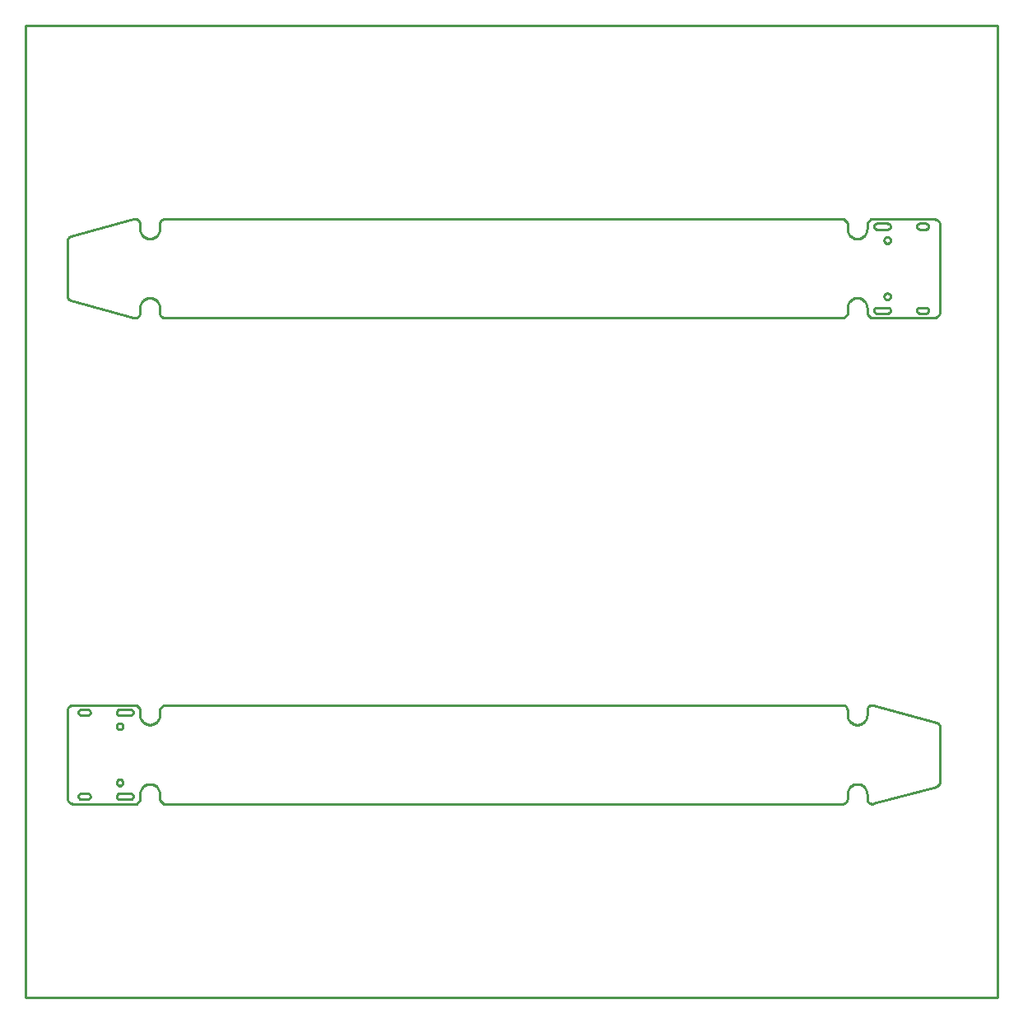
<source format=gbr>
G04 EAGLE Gerber RS-274X export*
G75*
%MOMM*%
%FSLAX34Y34*%
%LPD*%
%IN*%
%IPPOS*%
%AMOC8*
5,1,8,0,0,1.08239X$1,22.5*%
G01*
%ADD10C,0.254000*%


D10*
X0Y-70000D02*
X1000000Y-70000D01*
X1000000Y930000D01*
X0Y930000D01*
X0Y-70000D01*
X875660Y633800D02*
X886660Y633800D01*
X886921Y633811D01*
X887181Y633846D01*
X887436Y633902D01*
X887686Y633981D01*
X887928Y634081D01*
X888160Y634202D01*
X888381Y634343D01*
X888588Y634502D01*
X888781Y634679D01*
X888958Y634872D01*
X889117Y635079D01*
X889258Y635300D01*
X889379Y635532D01*
X889479Y635774D01*
X889558Y636024D01*
X889614Y636279D01*
X889649Y636539D01*
X889660Y636800D01*
X889649Y637061D01*
X889614Y637321D01*
X889558Y637576D01*
X889479Y637826D01*
X889379Y638068D01*
X889258Y638300D01*
X889117Y638521D01*
X888958Y638728D01*
X888781Y638921D01*
X888588Y639098D01*
X888381Y639257D01*
X888160Y639398D01*
X887928Y639519D01*
X887686Y639619D01*
X887436Y639698D01*
X887181Y639754D01*
X886921Y639789D01*
X886660Y639800D01*
X875660Y639800D01*
X875399Y639789D01*
X875139Y639754D01*
X874884Y639698D01*
X874634Y639619D01*
X874392Y639519D01*
X874160Y639398D01*
X873939Y639257D01*
X873732Y639098D01*
X873539Y638921D01*
X873362Y638728D01*
X873203Y638521D01*
X873062Y638300D01*
X872941Y638068D01*
X872841Y637826D01*
X872762Y637576D01*
X872706Y637321D01*
X872671Y637061D01*
X872660Y636800D01*
X872671Y636539D01*
X872706Y636279D01*
X872762Y636024D01*
X872841Y635774D01*
X872941Y635532D01*
X873062Y635300D01*
X873203Y635079D01*
X873362Y634872D01*
X873539Y634679D01*
X873732Y634502D01*
X873939Y634343D01*
X874160Y634202D01*
X874392Y634081D01*
X874634Y633981D01*
X874884Y633902D01*
X875139Y633846D01*
X875399Y633811D01*
X875660Y633800D01*
X919810Y633800D02*
X926010Y633800D01*
X926271Y633811D01*
X926531Y633846D01*
X926786Y633902D01*
X927036Y633981D01*
X927278Y634081D01*
X927510Y634202D01*
X927731Y634343D01*
X927938Y634502D01*
X928131Y634679D01*
X928308Y634872D01*
X928467Y635079D01*
X928608Y635300D01*
X928729Y635532D01*
X928829Y635774D01*
X928908Y636024D01*
X928964Y636279D01*
X928999Y636539D01*
X929010Y636800D01*
X928999Y637061D01*
X928964Y637321D01*
X928908Y637576D01*
X928829Y637826D01*
X928729Y638068D01*
X928608Y638300D01*
X928467Y638521D01*
X928308Y638728D01*
X928131Y638921D01*
X927938Y639098D01*
X927731Y639257D01*
X927510Y639398D01*
X927278Y639519D01*
X927036Y639619D01*
X926786Y639698D01*
X926531Y639754D01*
X926271Y639789D01*
X926010Y639800D01*
X919810Y639800D01*
X919549Y639789D01*
X919289Y639754D01*
X919034Y639698D01*
X918784Y639619D01*
X918542Y639519D01*
X918310Y639398D01*
X918089Y639257D01*
X917882Y639098D01*
X917689Y638921D01*
X917512Y638728D01*
X917353Y638521D01*
X917212Y638300D01*
X917091Y638068D01*
X916991Y637826D01*
X916912Y637576D01*
X916856Y637321D01*
X916821Y637061D01*
X916810Y636800D01*
X916821Y636539D01*
X916856Y636279D01*
X916912Y636024D01*
X916991Y635774D01*
X917091Y635532D01*
X917212Y635300D01*
X917353Y635079D01*
X917512Y634872D01*
X917689Y634679D01*
X917882Y634502D01*
X918089Y634343D01*
X918310Y634202D01*
X918542Y634081D01*
X918784Y633981D01*
X919034Y633902D01*
X919289Y633846D01*
X919549Y633811D01*
X919810Y633800D01*
X875660Y720200D02*
X886660Y720200D01*
X886921Y720211D01*
X887181Y720246D01*
X887436Y720302D01*
X887686Y720381D01*
X887928Y720481D01*
X888160Y720602D01*
X888381Y720743D01*
X888588Y720902D01*
X888781Y721079D01*
X888958Y721272D01*
X889117Y721479D01*
X889258Y721700D01*
X889379Y721932D01*
X889479Y722174D01*
X889558Y722424D01*
X889614Y722679D01*
X889649Y722939D01*
X889660Y723200D01*
X889649Y723461D01*
X889614Y723721D01*
X889558Y723976D01*
X889479Y724226D01*
X889379Y724468D01*
X889258Y724700D01*
X889117Y724921D01*
X888958Y725128D01*
X888781Y725321D01*
X888588Y725498D01*
X888381Y725657D01*
X888160Y725798D01*
X887928Y725919D01*
X887686Y726019D01*
X887436Y726098D01*
X887181Y726154D01*
X886921Y726189D01*
X886660Y726200D01*
X875660Y726200D01*
X875399Y726189D01*
X875139Y726154D01*
X874884Y726098D01*
X874634Y726019D01*
X874392Y725919D01*
X874160Y725798D01*
X873939Y725657D01*
X873732Y725498D01*
X873539Y725321D01*
X873362Y725128D01*
X873203Y724921D01*
X873062Y724700D01*
X872941Y724468D01*
X872841Y724226D01*
X872762Y723976D01*
X872706Y723721D01*
X872671Y723461D01*
X872660Y723200D01*
X872671Y722939D01*
X872706Y722679D01*
X872762Y722424D01*
X872841Y722174D01*
X872941Y721932D01*
X873062Y721700D01*
X873203Y721479D01*
X873362Y721272D01*
X873539Y721079D01*
X873732Y720902D01*
X873939Y720743D01*
X874160Y720602D01*
X874392Y720481D01*
X874634Y720381D01*
X874884Y720302D01*
X875139Y720246D01*
X875399Y720211D01*
X875660Y720200D01*
X919810Y720200D02*
X926010Y720200D01*
X926271Y720211D01*
X926531Y720246D01*
X926786Y720302D01*
X927036Y720381D01*
X927278Y720481D01*
X927510Y720602D01*
X927731Y720743D01*
X927938Y720902D01*
X928131Y721079D01*
X928308Y721272D01*
X928467Y721479D01*
X928608Y721700D01*
X928729Y721932D01*
X928829Y722174D01*
X928908Y722424D01*
X928964Y722679D01*
X928999Y722939D01*
X929010Y723200D01*
X928999Y723461D01*
X928964Y723721D01*
X928908Y723976D01*
X928829Y724226D01*
X928729Y724468D01*
X928608Y724700D01*
X928467Y724921D01*
X928308Y725128D01*
X928131Y725321D01*
X927938Y725498D01*
X927731Y725657D01*
X927510Y725798D01*
X927278Y725919D01*
X927036Y726019D01*
X926786Y726098D01*
X926531Y726154D01*
X926271Y726189D01*
X926010Y726200D01*
X919810Y726200D01*
X919549Y726189D01*
X919289Y726154D01*
X919034Y726098D01*
X918784Y726019D01*
X918542Y725919D01*
X918310Y725798D01*
X918089Y725657D01*
X917882Y725498D01*
X917689Y725321D01*
X917512Y725128D01*
X917353Y724921D01*
X917212Y724700D01*
X917091Y724468D01*
X916991Y724226D01*
X916912Y723976D01*
X916856Y723721D01*
X916821Y723461D01*
X916810Y723200D01*
X916821Y722939D01*
X916856Y722679D01*
X916912Y722424D01*
X916991Y722174D01*
X917091Y721932D01*
X917212Y721700D01*
X917353Y721479D01*
X917512Y721272D01*
X917689Y721079D01*
X917882Y720902D01*
X918089Y720743D01*
X918310Y720602D01*
X918542Y720481D01*
X918784Y720381D01*
X919034Y720302D01*
X919289Y720246D01*
X919549Y720211D01*
X919810Y720200D01*
X96630Y133800D02*
X107630Y133800D01*
X107891Y133811D01*
X108151Y133846D01*
X108406Y133902D01*
X108656Y133981D01*
X108898Y134081D01*
X109130Y134202D01*
X109351Y134343D01*
X109558Y134502D01*
X109751Y134679D01*
X109928Y134872D01*
X110087Y135079D01*
X110228Y135300D01*
X110349Y135532D01*
X110449Y135774D01*
X110528Y136024D01*
X110584Y136279D01*
X110619Y136539D01*
X110630Y136800D01*
X110619Y137061D01*
X110584Y137321D01*
X110528Y137576D01*
X110449Y137826D01*
X110349Y138068D01*
X110228Y138300D01*
X110087Y138521D01*
X109928Y138728D01*
X109751Y138921D01*
X109558Y139098D01*
X109351Y139257D01*
X109130Y139398D01*
X108898Y139519D01*
X108656Y139619D01*
X108406Y139698D01*
X108151Y139754D01*
X107891Y139789D01*
X107630Y139800D01*
X96630Y139800D01*
X96369Y139789D01*
X96109Y139754D01*
X95854Y139698D01*
X95604Y139619D01*
X95362Y139519D01*
X95130Y139398D01*
X94909Y139257D01*
X94702Y139098D01*
X94509Y138921D01*
X94332Y138728D01*
X94173Y138521D01*
X94032Y138300D01*
X93911Y138068D01*
X93811Y137826D01*
X93732Y137576D01*
X93676Y137321D01*
X93641Y137061D01*
X93630Y136800D01*
X93641Y136539D01*
X93676Y136279D01*
X93732Y136024D01*
X93811Y135774D01*
X93911Y135532D01*
X94032Y135300D01*
X94173Y135079D01*
X94332Y134872D01*
X94509Y134679D01*
X94702Y134502D01*
X94909Y134343D01*
X95130Y134202D01*
X95362Y134081D01*
X95604Y133981D01*
X95854Y133902D01*
X96109Y133846D01*
X96369Y133811D01*
X96630Y133800D01*
X57280Y133800D02*
X63480Y133800D01*
X63741Y133811D01*
X64001Y133846D01*
X64256Y133902D01*
X64506Y133981D01*
X64748Y134081D01*
X64980Y134202D01*
X65201Y134343D01*
X65408Y134502D01*
X65601Y134679D01*
X65778Y134872D01*
X65937Y135079D01*
X66078Y135300D01*
X66199Y135532D01*
X66299Y135774D01*
X66378Y136024D01*
X66434Y136279D01*
X66469Y136539D01*
X66480Y136800D01*
X66469Y137061D01*
X66434Y137321D01*
X66378Y137576D01*
X66299Y137826D01*
X66199Y138068D01*
X66078Y138300D01*
X65937Y138521D01*
X65778Y138728D01*
X65601Y138921D01*
X65408Y139098D01*
X65201Y139257D01*
X64980Y139398D01*
X64748Y139519D01*
X64506Y139619D01*
X64256Y139698D01*
X64001Y139754D01*
X63741Y139789D01*
X63480Y139800D01*
X57280Y139800D01*
X57019Y139789D01*
X56759Y139754D01*
X56504Y139698D01*
X56254Y139619D01*
X56012Y139519D01*
X55780Y139398D01*
X55559Y139257D01*
X55352Y139098D01*
X55159Y138921D01*
X54982Y138728D01*
X54823Y138521D01*
X54682Y138300D01*
X54561Y138068D01*
X54461Y137826D01*
X54382Y137576D01*
X54326Y137321D01*
X54291Y137061D01*
X54280Y136800D01*
X54291Y136539D01*
X54326Y136279D01*
X54382Y136024D01*
X54461Y135774D01*
X54561Y135532D01*
X54682Y135300D01*
X54823Y135079D01*
X54982Y134872D01*
X55159Y134679D01*
X55352Y134502D01*
X55559Y134343D01*
X55780Y134202D01*
X56012Y134081D01*
X56254Y133981D01*
X56504Y133902D01*
X56759Y133846D01*
X57019Y133811D01*
X57280Y133800D01*
X57280Y220200D02*
X63480Y220200D01*
X63741Y220211D01*
X64001Y220246D01*
X64256Y220302D01*
X64506Y220381D01*
X64748Y220481D01*
X64980Y220602D01*
X65201Y220743D01*
X65408Y220902D01*
X65601Y221079D01*
X65778Y221272D01*
X65937Y221479D01*
X66078Y221700D01*
X66199Y221932D01*
X66299Y222174D01*
X66378Y222424D01*
X66434Y222679D01*
X66469Y222939D01*
X66480Y223200D01*
X66469Y223461D01*
X66434Y223721D01*
X66378Y223976D01*
X66299Y224226D01*
X66199Y224468D01*
X66078Y224700D01*
X65937Y224921D01*
X65778Y225128D01*
X65601Y225321D01*
X65408Y225498D01*
X65201Y225657D01*
X64980Y225798D01*
X64748Y225919D01*
X64506Y226019D01*
X64256Y226098D01*
X64001Y226154D01*
X63741Y226189D01*
X63480Y226200D01*
X57280Y226200D01*
X57019Y226189D01*
X56759Y226154D01*
X56504Y226098D01*
X56254Y226019D01*
X56012Y225919D01*
X55780Y225798D01*
X55559Y225657D01*
X55352Y225498D01*
X55159Y225321D01*
X54982Y225128D01*
X54823Y224921D01*
X54682Y224700D01*
X54561Y224468D01*
X54461Y224226D01*
X54382Y223976D01*
X54326Y223721D01*
X54291Y223461D01*
X54280Y223200D01*
X54291Y222939D01*
X54326Y222679D01*
X54382Y222424D01*
X54461Y222174D01*
X54561Y221932D01*
X54682Y221700D01*
X54823Y221479D01*
X54982Y221272D01*
X55159Y221079D01*
X55352Y220902D01*
X55559Y220743D01*
X55780Y220602D01*
X56012Y220481D01*
X56254Y220381D01*
X56504Y220302D01*
X56759Y220246D01*
X57019Y220211D01*
X57280Y220200D01*
X96630Y220200D02*
X107630Y220200D01*
X107891Y220211D01*
X108151Y220246D01*
X108406Y220302D01*
X108656Y220381D01*
X108898Y220481D01*
X109130Y220602D01*
X109351Y220743D01*
X109558Y220902D01*
X109751Y221079D01*
X109928Y221272D01*
X110087Y221479D01*
X110228Y221700D01*
X110349Y221932D01*
X110449Y222174D01*
X110528Y222424D01*
X110584Y222679D01*
X110619Y222939D01*
X110630Y223200D01*
X110619Y223461D01*
X110584Y223721D01*
X110528Y223976D01*
X110449Y224226D01*
X110349Y224468D01*
X110228Y224700D01*
X110087Y224921D01*
X109928Y225128D01*
X109751Y225321D01*
X109558Y225498D01*
X109351Y225657D01*
X109130Y225798D01*
X108898Y225919D01*
X108656Y226019D01*
X108406Y226098D01*
X108151Y226154D01*
X107891Y226189D01*
X107630Y226200D01*
X96630Y226200D01*
X96369Y226189D01*
X96109Y226154D01*
X95854Y226098D01*
X95604Y226019D01*
X95362Y225919D01*
X95130Y225798D01*
X94909Y225657D01*
X94702Y225498D01*
X94509Y225321D01*
X94332Y225128D01*
X94173Y224921D01*
X94032Y224700D01*
X93911Y224468D01*
X93811Y224226D01*
X93732Y223976D01*
X93676Y223721D01*
X93641Y223461D01*
X93630Y223200D01*
X93641Y222939D01*
X93676Y222679D01*
X93732Y222424D01*
X93811Y222174D01*
X93911Y221932D01*
X94032Y221700D01*
X94173Y221479D01*
X94332Y221272D01*
X94509Y221079D01*
X94702Y220902D01*
X94909Y220743D01*
X95130Y220602D01*
X95362Y220481D01*
X95604Y220381D01*
X95854Y220302D01*
X96109Y220246D01*
X96369Y220211D01*
X96630Y220200D01*
X96630Y133800D02*
X107630Y133800D01*
X107891Y133811D01*
X108151Y133846D01*
X108406Y133902D01*
X108656Y133981D01*
X108898Y134081D01*
X109130Y134202D01*
X109351Y134343D01*
X109558Y134502D01*
X109751Y134679D01*
X109928Y134872D01*
X110087Y135079D01*
X110228Y135300D01*
X110349Y135532D01*
X110449Y135774D01*
X110528Y136024D01*
X110584Y136279D01*
X110619Y136539D01*
X110630Y136800D01*
X110619Y137061D01*
X110584Y137321D01*
X110528Y137576D01*
X110449Y137826D01*
X110349Y138068D01*
X110228Y138300D01*
X110087Y138521D01*
X109928Y138728D01*
X109751Y138921D01*
X109558Y139098D01*
X109351Y139257D01*
X109130Y139398D01*
X108898Y139519D01*
X108656Y139619D01*
X108406Y139698D01*
X108151Y139754D01*
X107891Y139789D01*
X107630Y139800D01*
X96630Y139800D01*
X96369Y139789D01*
X96109Y139754D01*
X95854Y139698D01*
X95604Y139619D01*
X95362Y139519D01*
X95130Y139398D01*
X94909Y139257D01*
X94702Y139098D01*
X94509Y138921D01*
X94332Y138728D01*
X94173Y138521D01*
X94032Y138300D01*
X93911Y138068D01*
X93811Y137826D01*
X93732Y137576D01*
X93676Y137321D01*
X93641Y137061D01*
X93630Y136800D01*
X93641Y136539D01*
X93676Y136279D01*
X93732Y136024D01*
X93811Y135774D01*
X93911Y135532D01*
X94032Y135300D01*
X94173Y135079D01*
X94332Y134872D01*
X94509Y134679D01*
X94702Y134502D01*
X94909Y134343D01*
X95130Y134202D01*
X95362Y134081D01*
X95604Y133981D01*
X95854Y133902D01*
X96109Y133846D01*
X96369Y133811D01*
X96630Y133800D01*
X96630Y220200D02*
X107630Y220200D01*
X107891Y220211D01*
X108151Y220246D01*
X108406Y220302D01*
X108656Y220381D01*
X108898Y220481D01*
X109130Y220602D01*
X109351Y220743D01*
X109558Y220902D01*
X109751Y221079D01*
X109928Y221272D01*
X110087Y221479D01*
X110228Y221700D01*
X110349Y221932D01*
X110449Y222174D01*
X110528Y222424D01*
X110584Y222679D01*
X110619Y222939D01*
X110630Y223200D01*
X110619Y223461D01*
X110584Y223721D01*
X110528Y223976D01*
X110449Y224226D01*
X110349Y224468D01*
X110228Y224700D01*
X110087Y224921D01*
X109928Y225128D01*
X109751Y225321D01*
X109558Y225498D01*
X109351Y225657D01*
X109130Y225798D01*
X108898Y225919D01*
X108656Y226019D01*
X108406Y226098D01*
X108151Y226154D01*
X107891Y226189D01*
X107630Y226200D01*
X96630Y226200D01*
X96369Y226189D01*
X96109Y226154D01*
X95854Y226098D01*
X95604Y226019D01*
X95362Y225919D01*
X95130Y225798D01*
X94909Y225657D01*
X94702Y225498D01*
X94509Y225321D01*
X94332Y225128D01*
X94173Y224921D01*
X94032Y224700D01*
X93911Y224468D01*
X93811Y224226D01*
X93732Y223976D01*
X93676Y223721D01*
X93641Y223461D01*
X93630Y223200D01*
X93641Y222939D01*
X93676Y222679D01*
X93732Y222424D01*
X93811Y222174D01*
X93911Y221932D01*
X94032Y221700D01*
X94173Y221479D01*
X94332Y221272D01*
X94509Y221079D01*
X94702Y220902D01*
X94909Y220743D01*
X95130Y220602D01*
X95362Y220481D01*
X95604Y220381D01*
X95854Y220302D01*
X96109Y220246D01*
X96369Y220211D01*
X96630Y220200D01*
X42700Y652060D02*
X42716Y651603D01*
X42772Y651150D01*
X42868Y650703D01*
X43002Y650267D01*
X43173Y649843D01*
X43381Y649436D01*
X43623Y649049D01*
X43898Y648685D01*
X44204Y648345D01*
X44539Y648034D01*
X44899Y647753D01*
X45282Y647505D01*
X45686Y647290D01*
X46106Y647112D01*
X46510Y646980D01*
X111205Y629381D01*
X111637Y629283D01*
X112076Y629222D01*
X112519Y629200D01*
X112962Y629217D01*
X113401Y629272D01*
X113835Y629365D01*
X114258Y629496D01*
X114669Y629663D01*
X115063Y629865D01*
X115438Y630101D01*
X115791Y630369D01*
X116120Y630666D01*
X116421Y630991D01*
X116693Y631341D01*
X116934Y631713D01*
X117141Y632105D01*
X117313Y632513D01*
X117449Y632935D01*
X117547Y633367D01*
X117608Y633806D01*
X117630Y634249D01*
X117630Y634280D01*
X117630Y639360D01*
X117669Y640246D01*
X117784Y641124D01*
X117976Y641990D01*
X118243Y642835D01*
X118582Y643654D01*
X118991Y644440D01*
X119467Y645188D01*
X120007Y645891D01*
X120606Y646544D01*
X121259Y647143D01*
X121962Y647683D01*
X122710Y648159D01*
X123496Y648568D01*
X124315Y648907D01*
X125160Y649174D01*
X126026Y649366D01*
X126905Y649481D01*
X127790Y649520D01*
X128676Y649481D01*
X129554Y649366D01*
X130420Y649174D01*
X131265Y648907D01*
X132084Y648568D01*
X132870Y648159D01*
X133618Y647683D01*
X134321Y647143D01*
X134974Y646544D01*
X135573Y645891D01*
X136113Y645188D01*
X136589Y644440D01*
X136998Y643654D01*
X137337Y642835D01*
X137604Y641990D01*
X137796Y641124D01*
X137911Y640246D01*
X137950Y639360D01*
X137950Y634280D01*
X137969Y633837D01*
X138027Y633398D01*
X138123Y632965D01*
X138256Y632543D01*
X138426Y632133D01*
X138631Y631740D01*
X138869Y631366D01*
X139139Y631015D01*
X139438Y630688D01*
X139765Y630389D01*
X140116Y630119D01*
X140490Y629881D01*
X140883Y629676D01*
X141293Y629506D01*
X141715Y629373D01*
X142148Y629277D01*
X142587Y629219D01*
X143030Y629200D01*
X841530Y629200D01*
X845340Y633010D01*
X845340Y639360D01*
X845379Y640246D01*
X845494Y641124D01*
X845686Y641990D01*
X845953Y642835D01*
X846292Y643654D01*
X846701Y644440D01*
X847177Y645188D01*
X847717Y645891D01*
X848316Y646544D01*
X848969Y647143D01*
X849672Y647683D01*
X850420Y648159D01*
X851206Y648568D01*
X852025Y648907D01*
X852870Y649174D01*
X853736Y649366D01*
X854615Y649481D01*
X855500Y649520D01*
X856386Y649481D01*
X857264Y649366D01*
X858130Y649174D01*
X858975Y648907D01*
X859794Y648568D01*
X860580Y648159D01*
X861328Y647683D01*
X862031Y647143D01*
X862684Y646544D01*
X863283Y645891D01*
X863823Y645188D01*
X864299Y644440D01*
X864708Y643654D01*
X865047Y642835D01*
X865314Y641990D01*
X865506Y641124D01*
X865621Y640246D01*
X865660Y639360D01*
X865660Y633010D01*
X869470Y629200D01*
X934240Y629200D01*
X934793Y629224D01*
X935343Y629296D01*
X935884Y629416D01*
X936412Y629583D01*
X936924Y629795D01*
X937415Y630051D01*
X937882Y630348D01*
X938322Y630686D01*
X938730Y631060D01*
X939104Y631468D01*
X939442Y631908D01*
X939739Y632375D01*
X939995Y632866D01*
X940207Y633378D01*
X940374Y633907D01*
X940494Y634447D01*
X940566Y634997D01*
X940590Y635550D01*
X940590Y724450D01*
X940566Y725003D01*
X940494Y725553D01*
X940374Y726094D01*
X940207Y726622D01*
X939995Y727134D01*
X939739Y727625D01*
X939442Y728092D01*
X939104Y728532D01*
X938730Y728940D01*
X938322Y729314D01*
X937882Y729652D01*
X937415Y729949D01*
X936924Y730205D01*
X936412Y730417D01*
X935884Y730584D01*
X935343Y730704D01*
X934793Y730776D01*
X934240Y730800D01*
X869470Y730800D01*
X865660Y726990D01*
X865660Y720640D01*
X865621Y719755D01*
X865506Y718876D01*
X865314Y718010D01*
X865047Y717165D01*
X864708Y716346D01*
X864299Y715560D01*
X863823Y714812D01*
X863283Y714109D01*
X862684Y713456D01*
X862031Y712857D01*
X861328Y712317D01*
X860580Y711841D01*
X859794Y711432D01*
X858975Y711093D01*
X858130Y710826D01*
X857264Y710634D01*
X856386Y710519D01*
X855500Y710480D01*
X854615Y710519D01*
X853736Y710634D01*
X852870Y710826D01*
X852025Y711093D01*
X851206Y711432D01*
X850420Y711841D01*
X849672Y712317D01*
X848969Y712857D01*
X848316Y713456D01*
X847717Y714109D01*
X847177Y714812D01*
X846701Y715560D01*
X846292Y716346D01*
X845953Y717165D01*
X845686Y718010D01*
X845494Y718876D01*
X845379Y719755D01*
X845340Y720640D01*
X845340Y726990D01*
X841530Y730800D01*
X143030Y730800D01*
X142587Y730781D01*
X142148Y730723D01*
X141715Y730627D01*
X141293Y730494D01*
X140883Y730324D01*
X140490Y730119D01*
X140116Y729881D01*
X139765Y729612D01*
X139438Y729312D01*
X139139Y728985D01*
X138869Y728634D01*
X138631Y728260D01*
X138426Y727867D01*
X138256Y727457D01*
X138123Y727035D01*
X138027Y726602D01*
X137969Y726163D01*
X137950Y725720D01*
X137950Y720640D01*
X137911Y719755D01*
X137796Y718876D01*
X137604Y718010D01*
X137337Y717165D01*
X136998Y716346D01*
X136589Y715560D01*
X136113Y714812D01*
X135573Y714109D01*
X134974Y713456D01*
X134321Y712857D01*
X133618Y712317D01*
X132870Y711841D01*
X132084Y711432D01*
X131265Y711093D01*
X130420Y710826D01*
X129554Y710634D01*
X128676Y710519D01*
X127790Y710480D01*
X126905Y710519D01*
X126026Y710634D01*
X125160Y710826D01*
X124315Y711093D01*
X123496Y711432D01*
X122710Y711841D01*
X121962Y712317D01*
X121259Y712857D01*
X120606Y713456D01*
X120007Y714109D01*
X119467Y714812D01*
X118991Y715560D01*
X118582Y716346D01*
X118243Y717165D01*
X117976Y718010D01*
X117784Y718876D01*
X117669Y719755D01*
X117630Y720640D01*
X117630Y725720D01*
X117611Y726163D01*
X117553Y726602D01*
X117457Y727035D01*
X117324Y727457D01*
X117154Y727867D01*
X116949Y728260D01*
X116711Y728634D01*
X116442Y728985D01*
X116142Y729312D01*
X115815Y729612D01*
X115464Y729881D01*
X115090Y730119D01*
X114697Y730324D01*
X114287Y730494D01*
X113865Y730627D01*
X113432Y730723D01*
X112993Y730781D01*
X112550Y730800D01*
X112107Y730781D01*
X111668Y730723D01*
X111235Y730627D01*
X111205Y730619D01*
X46510Y713020D01*
X46076Y712877D01*
X45657Y712696D01*
X45255Y712479D01*
X44873Y712228D01*
X44514Y711945D01*
X44182Y711632D01*
X43878Y711291D01*
X43605Y710924D01*
X43365Y710536D01*
X43160Y710128D01*
X42991Y709703D01*
X42860Y709266D01*
X42767Y708818D01*
X42714Y708365D01*
X42700Y707940D01*
X42700Y652060D01*
X42700Y135550D02*
X42724Y134997D01*
X42796Y134447D01*
X42916Y133907D01*
X43083Y133378D01*
X43295Y132866D01*
X43551Y132375D01*
X43848Y131908D01*
X44186Y131468D01*
X44560Y131060D01*
X44968Y130686D01*
X45408Y130348D01*
X45875Y130051D01*
X46366Y129795D01*
X46878Y129583D01*
X47407Y129416D01*
X47947Y129296D01*
X48497Y129224D01*
X49050Y129200D01*
X113820Y129200D01*
X117630Y133010D01*
X117630Y139360D01*
X117669Y140246D01*
X117784Y141124D01*
X117976Y141990D01*
X118243Y142835D01*
X118582Y143654D01*
X118991Y144440D01*
X119467Y145188D01*
X120007Y145891D01*
X120606Y146544D01*
X121259Y147143D01*
X121962Y147683D01*
X122710Y148159D01*
X123496Y148568D01*
X124315Y148907D01*
X125160Y149174D01*
X126026Y149366D01*
X126905Y149481D01*
X127790Y149520D01*
X128676Y149481D01*
X129554Y149366D01*
X130420Y149174D01*
X131265Y148907D01*
X132084Y148568D01*
X132870Y148159D01*
X133618Y147683D01*
X134321Y147143D01*
X134974Y146544D01*
X135573Y145891D01*
X136113Y145188D01*
X136589Y144440D01*
X136998Y143654D01*
X137337Y142835D01*
X137604Y141990D01*
X137796Y141124D01*
X137911Y140246D01*
X137950Y139360D01*
X137950Y133010D01*
X141760Y129200D01*
X840260Y129200D01*
X840703Y129219D01*
X841142Y129277D01*
X841575Y129373D01*
X841997Y129506D01*
X842407Y129676D01*
X842800Y129881D01*
X843174Y130119D01*
X843525Y130389D01*
X843852Y130688D01*
X844152Y131015D01*
X844421Y131366D01*
X844659Y131740D01*
X844864Y132133D01*
X845034Y132543D01*
X845167Y132965D01*
X845263Y133398D01*
X845321Y133837D01*
X845340Y134280D01*
X845340Y139360D01*
X845379Y140246D01*
X845494Y141124D01*
X845686Y141990D01*
X845953Y142835D01*
X846292Y143654D01*
X846701Y144440D01*
X847177Y145188D01*
X847717Y145891D01*
X848316Y146544D01*
X848969Y147143D01*
X849672Y147683D01*
X850420Y148159D01*
X851206Y148568D01*
X852025Y148907D01*
X852870Y149174D01*
X853736Y149366D01*
X854615Y149481D01*
X855500Y149520D01*
X856386Y149481D01*
X857264Y149366D01*
X858130Y149174D01*
X858975Y148907D01*
X859794Y148568D01*
X860580Y148159D01*
X861328Y147683D01*
X862031Y147143D01*
X862684Y146544D01*
X863283Y145891D01*
X863823Y145188D01*
X864299Y144440D01*
X864708Y143654D01*
X865047Y142835D01*
X865314Y141990D01*
X865506Y141124D01*
X865621Y140246D01*
X865660Y139360D01*
X865660Y134280D01*
X865679Y133837D01*
X865737Y133398D01*
X865833Y132965D01*
X865966Y132543D01*
X866136Y132133D01*
X866341Y131740D01*
X866579Y131366D01*
X866848Y131015D01*
X867148Y130688D01*
X867475Y130388D01*
X867826Y130119D01*
X868200Y129881D01*
X868593Y129676D01*
X869003Y129506D01*
X869425Y129373D01*
X869858Y129277D01*
X870297Y129219D01*
X870740Y129200D01*
X871183Y129219D01*
X871622Y129277D01*
X872055Y129373D01*
X872085Y129381D01*
X936780Y146980D01*
X937214Y147123D01*
X937633Y147304D01*
X938035Y147521D01*
X938417Y147772D01*
X938776Y148055D01*
X939108Y148368D01*
X939412Y148709D01*
X939685Y149076D01*
X939925Y149464D01*
X940130Y149872D01*
X940299Y150297D01*
X940430Y150734D01*
X940523Y151182D01*
X940576Y151635D01*
X940590Y152060D01*
X940590Y207940D01*
X940574Y208397D01*
X940518Y208850D01*
X940422Y209297D01*
X940288Y209733D01*
X940117Y210157D01*
X939909Y210564D01*
X939667Y210951D01*
X939392Y211316D01*
X939086Y211655D01*
X938751Y211966D01*
X938391Y212247D01*
X938008Y212496D01*
X937604Y212710D01*
X937184Y212888D01*
X936780Y213020D01*
X872085Y230619D01*
X871653Y230717D01*
X871214Y230778D01*
X870771Y230800D01*
X870328Y230783D01*
X869889Y230728D01*
X869455Y230635D01*
X869032Y230504D01*
X868621Y230337D01*
X868227Y230135D01*
X867852Y229899D01*
X867498Y229631D01*
X867170Y229334D01*
X866869Y229009D01*
X866597Y228659D01*
X866356Y228287D01*
X866149Y227895D01*
X865977Y227487D01*
X865841Y227065D01*
X865743Y226633D01*
X865682Y226194D01*
X865660Y225751D01*
X865660Y225720D01*
X865660Y220640D01*
X865621Y219755D01*
X865506Y218876D01*
X865314Y218010D01*
X865047Y217165D01*
X864708Y216346D01*
X864299Y215560D01*
X863823Y214812D01*
X863283Y214109D01*
X862684Y213456D01*
X862031Y212857D01*
X861328Y212317D01*
X860580Y211841D01*
X859794Y211432D01*
X858975Y211093D01*
X858130Y210826D01*
X857264Y210634D01*
X856386Y210519D01*
X855500Y210480D01*
X854615Y210519D01*
X853736Y210634D01*
X852870Y210826D01*
X852025Y211093D01*
X851206Y211432D01*
X850420Y211841D01*
X849672Y212317D01*
X848969Y212857D01*
X848316Y213456D01*
X847717Y214109D01*
X847177Y214812D01*
X846701Y215560D01*
X846292Y216346D01*
X845953Y217165D01*
X845686Y218010D01*
X845494Y218876D01*
X845379Y219755D01*
X845340Y220640D01*
X845340Y225720D01*
X845321Y226163D01*
X845263Y226602D01*
X845167Y227035D01*
X845034Y227457D01*
X844864Y227867D01*
X844659Y228260D01*
X844421Y228634D01*
X844152Y228985D01*
X843852Y229312D01*
X843525Y229612D01*
X843174Y229881D01*
X842800Y230119D01*
X842407Y230324D01*
X841997Y230494D01*
X841575Y230627D01*
X841142Y230723D01*
X840703Y230781D01*
X840260Y230800D01*
X141760Y230800D01*
X137950Y226990D01*
X137950Y220640D01*
X137911Y219755D01*
X137796Y218876D01*
X137604Y218010D01*
X137337Y217165D01*
X136998Y216346D01*
X136589Y215560D01*
X136113Y214812D01*
X135573Y214109D01*
X134974Y213456D01*
X134321Y212857D01*
X133618Y212317D01*
X132870Y211841D01*
X132084Y211432D01*
X131265Y211093D01*
X130420Y210826D01*
X129554Y210634D01*
X128676Y210519D01*
X127790Y210480D01*
X126905Y210519D01*
X126026Y210634D01*
X125160Y210826D01*
X124315Y211093D01*
X123496Y211432D01*
X122710Y211841D01*
X121962Y212317D01*
X121259Y212857D01*
X120606Y213456D01*
X120007Y214109D01*
X119467Y214812D01*
X118991Y215560D01*
X118582Y216346D01*
X118243Y217165D01*
X117976Y218010D01*
X117784Y218876D01*
X117669Y219755D01*
X117630Y220640D01*
X117630Y226990D01*
X113820Y230800D01*
X49050Y230800D01*
X48497Y230776D01*
X47947Y230704D01*
X47407Y230584D01*
X46878Y230417D01*
X46366Y230205D01*
X45875Y229949D01*
X45408Y229652D01*
X44968Y229314D01*
X44560Y228940D01*
X44186Y228532D01*
X43848Y228092D01*
X43551Y227625D01*
X43295Y227134D01*
X43083Y226622D01*
X42916Y226094D01*
X42796Y225553D01*
X42724Y225003D01*
X42700Y224450D01*
X42700Y135550D01*
X875660Y633800D02*
X886660Y633800D01*
X886921Y633811D01*
X887181Y633846D01*
X887436Y633902D01*
X887686Y633981D01*
X887928Y634081D01*
X888160Y634202D01*
X888381Y634343D01*
X888588Y634502D01*
X888781Y634679D01*
X888958Y634872D01*
X889117Y635079D01*
X889258Y635300D01*
X889379Y635532D01*
X889479Y635774D01*
X889558Y636024D01*
X889614Y636279D01*
X889649Y636539D01*
X889660Y636800D01*
X889649Y637061D01*
X889614Y637321D01*
X889558Y637576D01*
X889479Y637826D01*
X889379Y638068D01*
X889258Y638300D01*
X889117Y638521D01*
X888958Y638728D01*
X888781Y638921D01*
X888588Y639098D01*
X888381Y639257D01*
X888160Y639398D01*
X887928Y639519D01*
X887686Y639619D01*
X887436Y639698D01*
X887181Y639754D01*
X886921Y639789D01*
X886660Y639800D01*
X875660Y639800D01*
X875399Y639789D01*
X875139Y639754D01*
X874884Y639698D01*
X874634Y639619D01*
X874392Y639519D01*
X874160Y639398D01*
X873939Y639257D01*
X873732Y639098D01*
X873539Y638921D01*
X873362Y638728D01*
X873203Y638521D01*
X873062Y638300D01*
X872941Y638068D01*
X872841Y637826D01*
X872762Y637576D01*
X872706Y637321D01*
X872671Y637061D01*
X872660Y636800D01*
X872671Y636539D01*
X872706Y636279D01*
X872762Y636024D01*
X872841Y635774D01*
X872941Y635532D01*
X873062Y635300D01*
X873203Y635079D01*
X873362Y634872D01*
X873539Y634679D01*
X873732Y634502D01*
X873939Y634343D01*
X874160Y634202D01*
X874392Y634081D01*
X874634Y633981D01*
X874884Y633902D01*
X875139Y633846D01*
X875399Y633811D01*
X875660Y633800D01*
X875660Y720200D02*
X886660Y720200D01*
X886921Y720211D01*
X887181Y720246D01*
X887436Y720302D01*
X887686Y720381D01*
X887928Y720481D01*
X888160Y720602D01*
X888381Y720743D01*
X888588Y720902D01*
X888781Y721079D01*
X888958Y721272D01*
X889117Y721479D01*
X889258Y721700D01*
X889379Y721932D01*
X889479Y722174D01*
X889558Y722424D01*
X889614Y722679D01*
X889649Y722939D01*
X889660Y723200D01*
X889649Y723461D01*
X889614Y723721D01*
X889558Y723976D01*
X889479Y724226D01*
X889379Y724468D01*
X889258Y724700D01*
X889117Y724921D01*
X888958Y725128D01*
X888781Y725321D01*
X888588Y725498D01*
X888381Y725657D01*
X888160Y725798D01*
X887928Y725919D01*
X887686Y726019D01*
X887436Y726098D01*
X887181Y726154D01*
X886921Y726189D01*
X886660Y726200D01*
X875660Y726200D01*
X875399Y726189D01*
X875139Y726154D01*
X874884Y726098D01*
X874634Y726019D01*
X874392Y725919D01*
X874160Y725798D01*
X873939Y725657D01*
X873732Y725498D01*
X873539Y725321D01*
X873362Y725128D01*
X873203Y724921D01*
X873062Y724700D01*
X872941Y724468D01*
X872841Y724226D01*
X872762Y723976D01*
X872706Y723721D01*
X872671Y723461D01*
X872660Y723200D01*
X872671Y722939D01*
X872706Y722679D01*
X872762Y722424D01*
X872841Y722174D01*
X872941Y721932D01*
X873062Y721700D01*
X873203Y721479D01*
X873362Y721272D01*
X873539Y721079D01*
X873732Y720902D01*
X873939Y720743D01*
X874160Y720602D01*
X874392Y720481D01*
X874634Y720381D01*
X874884Y720302D01*
X875139Y720246D01*
X875399Y720211D01*
X875660Y720200D01*
X919810Y633800D02*
X926010Y633800D01*
X926271Y633811D01*
X926531Y633846D01*
X926786Y633902D01*
X927036Y633981D01*
X927278Y634081D01*
X927510Y634202D01*
X927731Y634343D01*
X927938Y634502D01*
X928131Y634679D01*
X928308Y634872D01*
X928467Y635079D01*
X928608Y635300D01*
X928729Y635532D01*
X928829Y635774D01*
X928908Y636024D01*
X928964Y636279D01*
X928999Y636539D01*
X929010Y636800D01*
X928999Y637061D01*
X928964Y637321D01*
X928908Y637576D01*
X928829Y637826D01*
X928729Y638068D01*
X928608Y638300D01*
X928467Y638521D01*
X928308Y638728D01*
X928131Y638921D01*
X927938Y639098D01*
X927731Y639257D01*
X927510Y639398D01*
X927278Y639519D01*
X927036Y639619D01*
X926786Y639698D01*
X926531Y639754D01*
X926271Y639789D01*
X926010Y639800D01*
X919810Y639800D01*
X919549Y639789D01*
X919289Y639754D01*
X919034Y639698D01*
X918784Y639619D01*
X918542Y639519D01*
X918310Y639398D01*
X918089Y639257D01*
X917882Y639098D01*
X917689Y638921D01*
X917512Y638728D01*
X917353Y638521D01*
X917212Y638300D01*
X917091Y638068D01*
X916991Y637826D01*
X916912Y637576D01*
X916856Y637321D01*
X916821Y637061D01*
X916810Y636800D01*
X916821Y636539D01*
X916856Y636279D01*
X916912Y636024D01*
X916991Y635774D01*
X917091Y635532D01*
X917212Y635300D01*
X917353Y635079D01*
X917512Y634872D01*
X917689Y634679D01*
X917882Y634502D01*
X918089Y634343D01*
X918310Y634202D01*
X918542Y634081D01*
X918784Y633981D01*
X919034Y633902D01*
X919289Y633846D01*
X919549Y633811D01*
X919810Y633800D01*
X919810Y720200D02*
X926010Y720200D01*
X926271Y720211D01*
X926531Y720246D01*
X926786Y720302D01*
X927036Y720381D01*
X927278Y720481D01*
X927510Y720602D01*
X927731Y720743D01*
X927938Y720902D01*
X928131Y721079D01*
X928308Y721272D01*
X928467Y721479D01*
X928608Y721700D01*
X928729Y721932D01*
X928829Y722174D01*
X928908Y722424D01*
X928964Y722679D01*
X928999Y722939D01*
X929010Y723200D01*
X928999Y723461D01*
X928964Y723721D01*
X928908Y723976D01*
X928829Y724226D01*
X928729Y724468D01*
X928608Y724700D01*
X928467Y724921D01*
X928308Y725128D01*
X928131Y725321D01*
X927938Y725498D01*
X927731Y725657D01*
X927510Y725798D01*
X927278Y725919D01*
X927036Y726019D01*
X926786Y726098D01*
X926531Y726154D01*
X926271Y726189D01*
X926010Y726200D01*
X919810Y726200D01*
X919549Y726189D01*
X919289Y726154D01*
X919034Y726098D01*
X918784Y726019D01*
X918542Y725919D01*
X918310Y725798D01*
X918089Y725657D01*
X917882Y725498D01*
X917689Y725321D01*
X917512Y725128D01*
X917353Y724921D01*
X917212Y724700D01*
X917091Y724468D01*
X916991Y724226D01*
X916912Y723976D01*
X916856Y723721D01*
X916821Y723461D01*
X916810Y723200D01*
X916821Y722939D01*
X916856Y722679D01*
X916912Y722424D01*
X916991Y722174D01*
X917091Y721932D01*
X917212Y721700D01*
X917353Y721479D01*
X917512Y721272D01*
X917689Y721079D01*
X917882Y720902D01*
X918089Y720743D01*
X918310Y720602D01*
X918542Y720481D01*
X918784Y720381D01*
X919034Y720302D01*
X919289Y720246D01*
X919549Y720211D01*
X919810Y720200D01*
X57280Y133800D02*
X63480Y133800D01*
X63741Y133811D01*
X64001Y133846D01*
X64256Y133902D01*
X64506Y133981D01*
X64748Y134081D01*
X64980Y134202D01*
X65201Y134343D01*
X65408Y134502D01*
X65601Y134679D01*
X65778Y134872D01*
X65937Y135079D01*
X66078Y135300D01*
X66199Y135532D01*
X66299Y135774D01*
X66378Y136024D01*
X66434Y136279D01*
X66469Y136539D01*
X66480Y136800D01*
X66469Y137061D01*
X66434Y137321D01*
X66378Y137576D01*
X66299Y137826D01*
X66199Y138068D01*
X66078Y138300D01*
X65937Y138521D01*
X65778Y138728D01*
X65601Y138921D01*
X65408Y139098D01*
X65201Y139257D01*
X64980Y139398D01*
X64748Y139519D01*
X64506Y139619D01*
X64256Y139698D01*
X64001Y139754D01*
X63741Y139789D01*
X63480Y139800D01*
X57280Y139800D01*
X57019Y139789D01*
X56759Y139754D01*
X56504Y139698D01*
X56254Y139619D01*
X56012Y139519D01*
X55780Y139398D01*
X55559Y139257D01*
X55352Y139098D01*
X55159Y138921D01*
X54982Y138728D01*
X54823Y138521D01*
X54682Y138300D01*
X54561Y138068D01*
X54461Y137826D01*
X54382Y137576D01*
X54326Y137321D01*
X54291Y137061D01*
X54280Y136800D01*
X54291Y136539D01*
X54326Y136279D01*
X54382Y136024D01*
X54461Y135774D01*
X54561Y135532D01*
X54682Y135300D01*
X54823Y135079D01*
X54982Y134872D01*
X55159Y134679D01*
X55352Y134502D01*
X55559Y134343D01*
X55780Y134202D01*
X56012Y134081D01*
X56254Y133981D01*
X56504Y133902D01*
X56759Y133846D01*
X57019Y133811D01*
X57280Y133800D01*
X57280Y220200D02*
X63480Y220200D01*
X63741Y220211D01*
X64001Y220246D01*
X64256Y220302D01*
X64506Y220381D01*
X64748Y220481D01*
X64980Y220602D01*
X65201Y220743D01*
X65408Y220902D01*
X65601Y221079D01*
X65778Y221272D01*
X65937Y221479D01*
X66078Y221700D01*
X66199Y221932D01*
X66299Y222174D01*
X66378Y222424D01*
X66434Y222679D01*
X66469Y222939D01*
X66480Y223200D01*
X66469Y223461D01*
X66434Y223721D01*
X66378Y223976D01*
X66299Y224226D01*
X66199Y224468D01*
X66078Y224700D01*
X65937Y224921D01*
X65778Y225128D01*
X65601Y225321D01*
X65408Y225498D01*
X65201Y225657D01*
X64980Y225798D01*
X64748Y225919D01*
X64506Y226019D01*
X64256Y226098D01*
X64001Y226154D01*
X63741Y226189D01*
X63480Y226200D01*
X57280Y226200D01*
X57019Y226189D01*
X56759Y226154D01*
X56504Y226098D01*
X56254Y226019D01*
X56012Y225919D01*
X55780Y225798D01*
X55559Y225657D01*
X55352Y225498D01*
X55159Y225321D01*
X54982Y225128D01*
X54823Y224921D01*
X54682Y224700D01*
X54561Y224468D01*
X54461Y224226D01*
X54382Y223976D01*
X54326Y223721D01*
X54291Y223461D01*
X54280Y223200D01*
X54291Y222939D01*
X54326Y222679D01*
X54382Y222424D01*
X54461Y222174D01*
X54561Y221932D01*
X54682Y221700D01*
X54823Y221479D01*
X54982Y221272D01*
X55159Y221079D01*
X55352Y220902D01*
X55559Y220743D01*
X55780Y220602D01*
X56012Y220481D01*
X56254Y220381D01*
X56504Y220302D01*
X56759Y220246D01*
X57019Y220211D01*
X57280Y220200D01*
X96617Y205650D02*
X96195Y205706D01*
X95783Y205816D01*
X95389Y205979D01*
X95021Y206192D01*
X94683Y206451D01*
X94381Y206753D01*
X94122Y207091D01*
X93909Y207459D01*
X93746Y207853D01*
X93636Y208265D01*
X93580Y208687D01*
X93580Y209113D01*
X93636Y209535D01*
X93746Y209947D01*
X93909Y210341D01*
X94122Y210709D01*
X94381Y211047D01*
X94683Y211349D01*
X95021Y211608D01*
X95389Y211821D01*
X95783Y211984D01*
X96195Y212094D01*
X96617Y212150D01*
X97043Y212150D01*
X97465Y212094D01*
X97877Y211984D01*
X98271Y211821D01*
X98639Y211608D01*
X98977Y211349D01*
X99279Y211047D01*
X99538Y210709D01*
X99751Y210341D01*
X99914Y209947D01*
X100024Y209535D01*
X100080Y209113D01*
X100080Y208687D01*
X100024Y208265D01*
X99914Y207853D01*
X99751Y207459D01*
X99538Y207091D01*
X99279Y206753D01*
X98977Y206451D01*
X98639Y206192D01*
X98271Y205979D01*
X97877Y205816D01*
X97465Y205706D01*
X97043Y205650D01*
X96617Y205650D01*
X96617Y147850D02*
X96195Y147906D01*
X95783Y148016D01*
X95389Y148179D01*
X95021Y148392D01*
X94683Y148651D01*
X94381Y148953D01*
X94122Y149291D01*
X93909Y149659D01*
X93746Y150053D01*
X93636Y150465D01*
X93580Y150887D01*
X93580Y151313D01*
X93636Y151735D01*
X93746Y152147D01*
X93909Y152541D01*
X94122Y152909D01*
X94381Y153247D01*
X94683Y153549D01*
X95021Y153808D01*
X95389Y154021D01*
X95783Y154184D01*
X96195Y154294D01*
X96617Y154350D01*
X97043Y154350D01*
X97465Y154294D01*
X97877Y154184D01*
X98271Y154021D01*
X98639Y153808D01*
X98977Y153549D01*
X99279Y153247D01*
X99538Y152909D01*
X99751Y152541D01*
X99914Y152147D01*
X100024Y151735D01*
X100080Y151313D01*
X100080Y150887D01*
X100024Y150465D01*
X99914Y150053D01*
X99751Y149659D01*
X99538Y149291D01*
X99279Y148953D01*
X98977Y148651D01*
X98639Y148392D01*
X98271Y148179D01*
X97877Y148016D01*
X97465Y147906D01*
X97043Y147850D01*
X96617Y147850D01*
X886673Y705650D02*
X887095Y705706D01*
X887507Y705816D01*
X887901Y705979D01*
X888269Y706192D01*
X888607Y706451D01*
X888909Y706753D01*
X889168Y707091D01*
X889381Y707459D01*
X889544Y707853D01*
X889654Y708265D01*
X889710Y708687D01*
X889710Y709113D01*
X889654Y709535D01*
X889544Y709947D01*
X889381Y710341D01*
X889168Y710709D01*
X888909Y711047D01*
X888607Y711349D01*
X888269Y711608D01*
X887901Y711821D01*
X887507Y711984D01*
X887095Y712094D01*
X886673Y712150D01*
X886247Y712150D01*
X885825Y712094D01*
X885413Y711984D01*
X885019Y711821D01*
X884651Y711608D01*
X884313Y711349D01*
X884011Y711047D01*
X883752Y710709D01*
X883539Y710341D01*
X883376Y709947D01*
X883266Y709535D01*
X883210Y709113D01*
X883210Y708687D01*
X883266Y708265D01*
X883376Y707853D01*
X883539Y707459D01*
X883752Y707091D01*
X884011Y706753D01*
X884313Y706451D01*
X884651Y706192D01*
X885019Y705979D01*
X885413Y705816D01*
X885825Y705706D01*
X886247Y705650D01*
X886673Y705650D01*
X886673Y647850D02*
X887095Y647906D01*
X887507Y648016D01*
X887901Y648179D01*
X888269Y648392D01*
X888607Y648651D01*
X888909Y648953D01*
X889168Y649291D01*
X889381Y649659D01*
X889544Y650053D01*
X889654Y650465D01*
X889710Y650887D01*
X889710Y651313D01*
X889654Y651735D01*
X889544Y652147D01*
X889381Y652541D01*
X889168Y652909D01*
X888909Y653247D01*
X888607Y653549D01*
X888269Y653808D01*
X887901Y654021D01*
X887507Y654184D01*
X887095Y654294D01*
X886673Y654350D01*
X886247Y654350D01*
X885825Y654294D01*
X885413Y654184D01*
X885019Y654021D01*
X884651Y653808D01*
X884313Y653549D01*
X884011Y653247D01*
X883752Y652909D01*
X883539Y652541D01*
X883376Y652147D01*
X883266Y651735D01*
X883210Y651313D01*
X883210Y650887D01*
X883266Y650465D01*
X883376Y650053D01*
X883539Y649659D01*
X883752Y649291D01*
X884011Y648953D01*
X884313Y648651D01*
X884651Y648392D01*
X885019Y648179D01*
X885413Y648016D01*
X885825Y647906D01*
X886247Y647850D01*
X886673Y647850D01*
M02*

</source>
